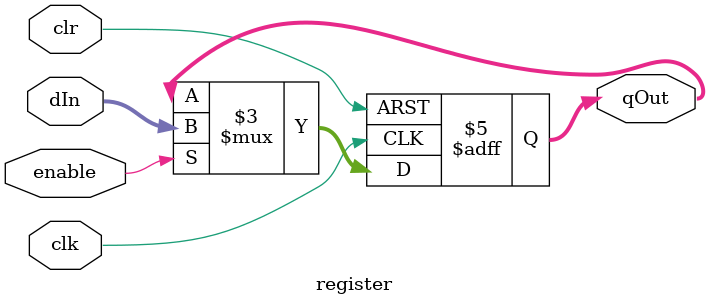
<source format=v>
module register #(parameter VAL = 0)(
	input wire clr, 
	input wire clk, 
	input wire enable, 
	input wire [31:0] dIn, 
	output reg [31:0] qOut
	
); 

	always@(posedge clk or negedge clr)
		begin 
			if(clr == 0)
				qOut <= 0; 
			else if (enable)
				qOut <= dIn;
			
		end
endmodule 
	

</source>
